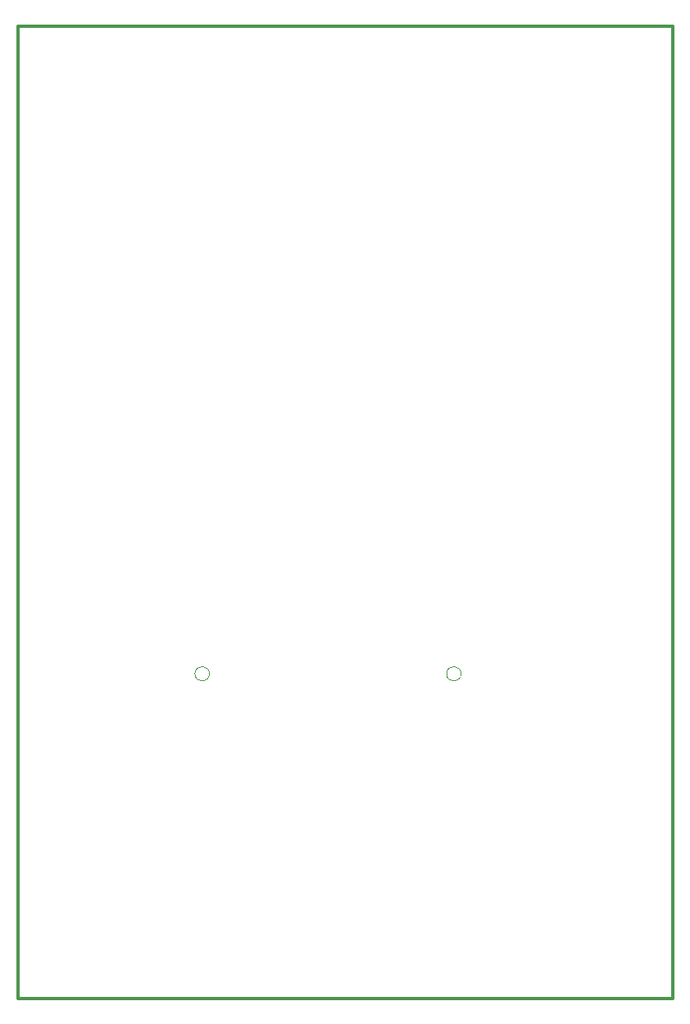
<source format=gbr>
%FSLAX34Y34*%
%MOMM*%
%LNOUTLINE*%
G71*
G01*
%ADD10C, 0.10*%
%ADD11C, 0.30*%
%LPD*%
G54D10*
G75*
G01X305850Y328375D02*
G03X305850Y328375I-7500J0D01*
G01*
G54D10*
G75*
G01X565850Y328375D02*
G03X565850Y328375I-7500J0D01*
G01*
G54D11*
X107950Y996950D02*
X784225Y996950D01*
X784225Y-6350D01*
X107950Y-6350D01*
X107950Y996950D01*
M02*

</source>
